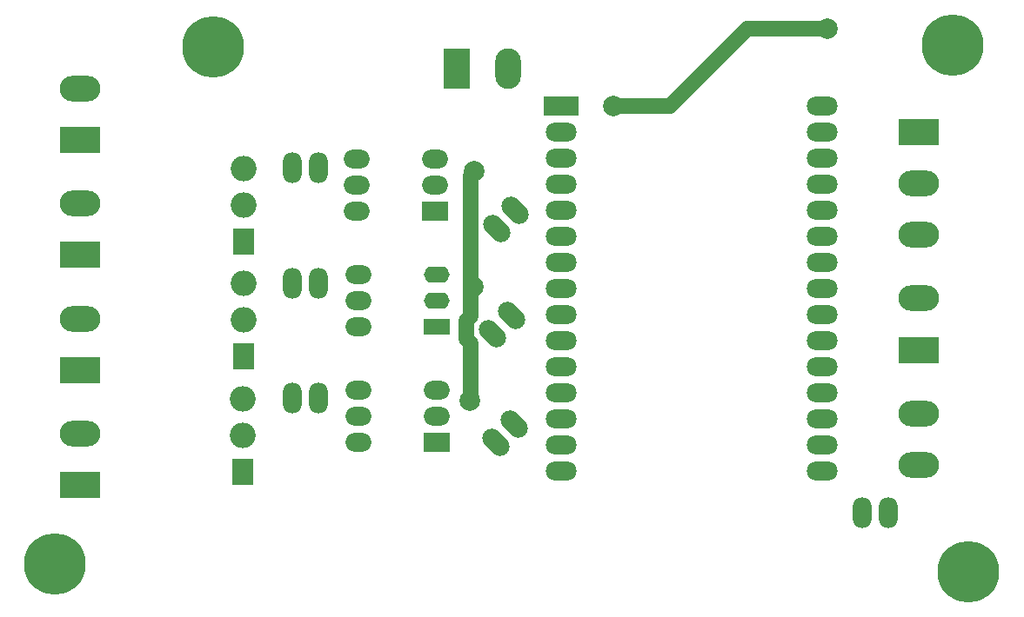
<source format=gbr>
%TF.GenerationSoftware,KiCad,Pcbnew,8.0.1*%
%TF.CreationDate,2024-04-25T16:48:03-05:00*%
%TF.ProjectId,C1,43312e6b-6963-4616-945f-706362585858,rev?*%
%TF.SameCoordinates,Original*%
%TF.FileFunction,Copper,L1,Top*%
%TF.FilePolarity,Positive*%
%FSLAX46Y46*%
G04 Gerber Fmt 4.6, Leading zero omitted, Abs format (unit mm)*
G04 Created by KiCad (PCBNEW 8.0.1) date 2024-04-25 16:48:03*
%MOMM*%
%LPD*%
G01*
G04 APERTURE LIST*
G04 Aperture macros list*
%AMHorizOval*
0 Thick line with rounded ends*
0 $1 width*
0 $2 $3 position (X,Y) of the first rounded end (center of the circle)*
0 $4 $5 position (X,Y) of the second rounded end (center of the circle)*
0 Add line between two ends*
20,1,$1,$2,$3,$4,$5,0*
0 Add two circle primitives to create the rounded ends*
1,1,$1,$2,$3*
1,1,$1,$4,$5*%
G04 Aperture macros list end*
%TA.AperFunction,ComponentPad*%
%ADD10R,3.500000X1.850000*%
%TD*%
%TA.AperFunction,ComponentPad*%
%ADD11O,3.000000X1.850000*%
%TD*%
%TA.AperFunction,ComponentPad*%
%ADD12R,2.000000X2.500000*%
%TD*%
%TA.AperFunction,ComponentPad*%
%ADD13O,2.500000X2.500000*%
%TD*%
%TA.AperFunction,ComponentPad*%
%ADD14C,6.000000*%
%TD*%
%TA.AperFunction,ComponentPad*%
%ADD15O,1.850000X3.000000*%
%TD*%
%TA.AperFunction,ComponentPad*%
%ADD16R,3.960000X2.500000*%
%TD*%
%TA.AperFunction,ComponentPad*%
%ADD17O,3.960000X2.500000*%
%TD*%
%TA.AperFunction,ComponentPad*%
%ADD18R,2.500000X1.850000*%
%TD*%
%TA.AperFunction,ComponentPad*%
%ADD19O,2.500000X1.850000*%
%TD*%
%TA.AperFunction,ComponentPad*%
%ADD20HorizOval,1.850000X-0.406586X0.406586X0.406586X-0.406586X0*%
%TD*%
%TA.AperFunction,ComponentPad*%
%ADD21O,2.500000X3.960000*%
%TD*%
%TA.AperFunction,ComponentPad*%
%ADD22R,2.500000X3.960000*%
%TD*%
%TA.AperFunction,ComponentPad*%
%ADD23R,2.500000X1.600000*%
%TD*%
%TA.AperFunction,ComponentPad*%
%ADD24O,2.500000X1.600000*%
%TD*%
%TA.AperFunction,ViaPad*%
%ADD25C,2.000000*%
%TD*%
%TA.AperFunction,Conductor*%
%ADD26C,1.500000*%
%TD*%
G04 APERTURE END LIST*
D10*
%TO.P,U2,1,3V3*%
%TO.N,3V3*%
X126100000Y-58985000D03*
D11*
%TO.P,U2,2,GND*%
%TO.N,GND*%
X126100000Y-61525000D03*
%TO.P,U2,3,D15*%
%TO.N,unconnected-(U2-D15-Pad3)*%
X126100000Y-64065000D03*
%TO.P,U2,4,D2*%
%TO.N,unconnected-(U2-D2-Pad4)*%
X126100000Y-66605000D03*
%TO.P,U2,5,D4*%
%TO.N,D4*%
X126100000Y-69145000D03*
%TO.P,U2,6,RX2*%
%TO.N,unconnected-(U2-RX2-Pad6)*%
X126100000Y-71685000D03*
%TO.P,U2,7,TX2*%
%TO.N,unconnected-(U2-TX2-Pad7)*%
X126100000Y-74225000D03*
%TO.P,U2,8,D5*%
%TO.N,unconnected-(U2-D5-Pad8)*%
X126100000Y-76765000D03*
%TO.P,U2,9,D18*%
%TO.N,D18*%
X126100000Y-79305000D03*
%TO.P,U2,10,D19*%
%TO.N,D19*%
X126100000Y-81845000D03*
%TO.P,U2,11,D21*%
%TO.N,D21*%
X126100000Y-84385000D03*
%TO.P,U2,12,RX0*%
%TO.N,unconnected-(U2-RX0-Pad12)*%
X126100000Y-86925000D03*
%TO.P,U2,13,TX0*%
%TO.N,unconnected-(U2-TX0-Pad13)*%
X126100000Y-89465000D03*
%TO.P,U2,14,D22*%
%TO.N,D22*%
X126100000Y-92005000D03*
%TO.P,U2,15,D23*%
%TO.N,unconnected-(U2-D23-Pad15)*%
X126100000Y-94545000D03*
%TO.P,U2,16,EN*%
%TO.N,unconnected-(U2-EN-Pad16)*%
X151500000Y-94545000D03*
%TO.P,U2,17,VP*%
%TO.N,unconnected-(U2-VP-Pad17)*%
X151500000Y-92005000D03*
%TO.P,U2,18,VN*%
%TO.N,unconnected-(U2-VN-Pad18)*%
X151500000Y-89465000D03*
%TO.P,U2,19,D34*%
%TO.N,unconnected-(U2-D34-Pad19)*%
X151500000Y-86925000D03*
%TO.P,U2,20,D35*%
%TO.N,unconnected-(U2-D35-Pad20)*%
X151500000Y-84385000D03*
%TO.P,U2,21,D32*%
%TO.N,unconnected-(U2-D32-Pad21)*%
X151500000Y-81845000D03*
%TO.P,U2,22,D33*%
%TO.N,D33*%
X151500000Y-79305000D03*
%TO.P,U2,23,D25*%
%TO.N,D25*%
X151500000Y-76765000D03*
%TO.P,U2,24,D26*%
%TO.N,unconnected-(U2-D26-Pad24)*%
X151500000Y-74225000D03*
%TO.P,U2,25,D27*%
%TO.N,D27*%
X151500000Y-71685000D03*
%TO.P,U2,26,D14*%
%TO.N,unconnected-(U2-D14-Pad26)*%
X151500000Y-69145000D03*
%TO.P,U2,27,D12*%
%TO.N,unconnected-(U2-D12-Pad27)*%
X151500000Y-66605000D03*
%TO.P,U2,28,D13*%
%TO.N,unconnected-(U2-D13-Pad28)*%
X151500000Y-64065000D03*
%TO.P,U2,29,GND*%
%TO.N,GND*%
X151500000Y-61525000D03*
%TO.P,U2,30,VIN*%
%TO.N,5V*%
X151500000Y-58985000D03*
%TD*%
D12*
%TO.P,Q1,1,A1*%
%TO.N,AC1*%
X95200000Y-72116000D03*
D13*
%TO.P,Q1,2,A2*%
%TO.N,Net-(J2-Pin_2)*%
X95200000Y-68560000D03*
%TO.P,Q1,3,G*%
%TO.N,Net-(Q1-G)*%
X95200000Y-65004000D03*
%TD*%
D14*
%TO.P,H3,1*%
%TO.N,N/C*%
X164200000Y-53000000D03*
%TD*%
D15*
%TO.P,R2,1*%
%TO.N,Net-(R2-Pad1)*%
X102540000Y-76200000D03*
%TO.P,R2,2*%
%TO.N,Net-(Q2-G)*%
X100000000Y-76200000D03*
%TD*%
D16*
%TO.P,J1,1,Pin_1*%
%TO.N,AC2*%
X79300000Y-62265000D03*
D17*
%TO.P,J1,2,Pin_2*%
%TO.N,AC1*%
X79300000Y-57265000D03*
%TD*%
D16*
%TO.P,J2,1,Pin_1*%
%TO.N,AC2*%
X79300000Y-73465000D03*
D17*
%TO.P,J2,2,Pin_2*%
%TO.N,Net-(J2-Pin_2)*%
X79300000Y-68465000D03*
%TD*%
D12*
%TO.P,Q2,1,A1*%
%TO.N,AC1*%
X95245000Y-83356000D03*
D13*
%TO.P,Q2,2,A2*%
%TO.N,Net-(J3-Pin_2)*%
X95245000Y-79800000D03*
%TO.P,Q2,3,G*%
%TO.N,Net-(Q2-G)*%
X95245000Y-76244000D03*
%TD*%
D16*
%TO.P,J4,1,Pin_1*%
%TO.N,AC2*%
X79300000Y-95900000D03*
D17*
%TO.P,J4,2,Pin_2*%
%TO.N,Net-(J4-Pin_2)*%
X79300000Y-90900000D03*
%TD*%
%TO.P,J12,1,Pin_1*%
%TO.N,D33*%
X160900000Y-71500000D03*
%TO.P,J12,2,Pin_2*%
%TO.N,3V3*%
X160900000Y-66500000D03*
D16*
%TO.P,J12,3,Pin_3*%
%TO.N,GND*%
X160900000Y-61500000D03*
%TD*%
D18*
%TO.P,U1,1*%
%TO.N,Net-(R6-Pad2)*%
X113900000Y-69225000D03*
D19*
%TO.P,U1,2*%
%TO.N,GND*%
X113900000Y-66685000D03*
%TO.P,U1,3,NC*%
%TO.N,unconnected-(U1-NC-Pad3)*%
X113900000Y-64145000D03*
%TO.P,U1,4*%
%TO.N,Net-(R1-Pad1)*%
X106280000Y-64145000D03*
%TO.P,U1,5,NC*%
%TO.N,unconnected-(U1-NC-Pad5)*%
X106280000Y-66685000D03*
%TO.P,U1,6*%
%TO.N,Net-(J2-Pin_2)*%
X106280000Y-69225000D03*
%TD*%
D16*
%TO.P,J3,1,Pin_1*%
%TO.N,AC2*%
X79300000Y-84700000D03*
D17*
%TO.P,J3,2,Pin_2*%
%TO.N,Net-(J3-Pin_2)*%
X79300000Y-79700000D03*
%TD*%
D20*
%TO.P,R4,1*%
%TO.N,D19*%
X121548927Y-89961073D03*
%TO.P,R4,2*%
%TO.N,Net-(R4-Pad2)*%
X119752876Y-91757124D03*
%TD*%
D14*
%TO.P,H2,1*%
%TO.N,N/C*%
X76900000Y-103600000D03*
%TD*%
D21*
%TO.P,J5,1,Pin_1*%
%TO.N,5V*%
X121000000Y-55300000D03*
D22*
%TO.P,J5,2,Pin_2*%
%TO.N,GND*%
X116000000Y-55300000D03*
%TD*%
D14*
%TO.P,H1,1*%
%TO.N,N/C*%
X165800000Y-104300000D03*
%TD*%
D18*
%TO.P,U4,1*%
%TO.N,Net-(R4-Pad2)*%
X114000000Y-91725000D03*
D19*
%TO.P,U4,2*%
%TO.N,GND*%
X114000000Y-89185000D03*
%TO.P,U4,3,NC*%
%TO.N,unconnected-(U4-NC-Pad3)*%
X114000000Y-86645000D03*
%TO.P,U4,4*%
%TO.N,Net-(R3-Pad1)*%
X106380000Y-86645000D03*
%TO.P,U4,5,NC*%
%TO.N,unconnected-(U4-NC-Pad5)*%
X106380000Y-89185000D03*
%TO.P,U4,6*%
%TO.N,Net-(J4-Pin_2)*%
X106380000Y-91725000D03*
%TD*%
D14*
%TO.P,H4,1*%
%TO.N,N/C*%
X92300000Y-53200000D03*
%TD*%
D16*
%TO.P,J7,1,Pin_1*%
%TO.N,GND*%
X160900000Y-82700000D03*
D17*
%TO.P,J7,2,Pin_2*%
%TO.N,3V3*%
X160900000Y-77700000D03*
%TD*%
%TO.P,J6,1,Pin_1*%
%TO.N,D21*%
X160900000Y-93900000D03*
%TO.P,J6,2,Pin_2*%
%TO.N,D22*%
X160900000Y-88900000D03*
%TD*%
D20*
%TO.P,R5,1*%
%TO.N,D18*%
X121268927Y-79361073D03*
%TO.P,R5,2*%
%TO.N,Net-(R5-Pad2)*%
X119472876Y-81157124D03*
%TD*%
%TO.P,R6,1*%
%TO.N,D4*%
X121678927Y-69121073D03*
%TO.P,R6,2*%
%TO.N,Net-(R6-Pad2)*%
X119882876Y-70917124D03*
%TD*%
D15*
%TO.P,R6,1*%
%TO.N,D33*%
X155400000Y-98600000D03*
%TO.P,R6,2*%
%TO.N,3V3*%
X157940000Y-98600000D03*
%TD*%
%TO.P,R1,1*%
%TO.N,Net-(R1-Pad1)*%
X102545000Y-65000000D03*
%TO.P,R1,2*%
%TO.N,Net-(Q1-G)*%
X100005000Y-65000000D03*
%TD*%
D12*
%TO.P,Q3,1,A1*%
%TO.N,AC1*%
X95145000Y-94556000D03*
D13*
%TO.P,Q3,2,A2*%
%TO.N,Net-(J4-Pin_2)*%
X95145000Y-91000000D03*
%TO.P,Q3,3,G*%
%TO.N,Net-(Q3-G)*%
X95145000Y-87444000D03*
%TD*%
D23*
%TO.P,U3,1*%
%TO.N,Net-(R5-Pad2)*%
X114000000Y-80425000D03*
D24*
%TO.P,U3,2*%
%TO.N,GND*%
X114000000Y-77885000D03*
%TO.P,U3,3,NC*%
%TO.N,unconnected-(U3-NC-Pad3)*%
X114000000Y-75345000D03*
D19*
%TO.P,U3,4*%
%TO.N,Net-(R2-Pad1)*%
X106380000Y-75345000D03*
%TO.P,U3,5,NC*%
%TO.N,unconnected-(U3-NC-Pad5)*%
X106380000Y-77885000D03*
%TO.P,U3,6*%
%TO.N,Net-(J3-Pin_2)*%
X106380000Y-80425000D03*
%TD*%
D15*
%TO.P,R3,1*%
%TO.N,Net-(R3-Pad1)*%
X102540000Y-87400000D03*
%TO.P,R3,2*%
%TO.N,Net-(Q3-G)*%
X100000000Y-87400000D03*
%TD*%
D25*
%TO.N,GND*%
X117570000Y-76530000D03*
X117230000Y-87660000D03*
X117670000Y-65320000D03*
%TO.N,3V3*%
X152010000Y-51450000D03*
X131175000Y-58985000D03*
%TD*%
D26*
%TO.N,GND*%
X117300000Y-79440914D02*
X117300000Y-65690000D01*
X117300000Y-82060162D02*
X116891291Y-81651453D01*
X117300000Y-87590000D02*
X117300000Y-82060162D01*
X117300000Y-65690000D02*
X117670000Y-65320000D01*
X117230000Y-87660000D02*
X117300000Y-87590000D01*
X116891291Y-79849623D02*
X117300000Y-79440914D01*
X116891291Y-81651453D02*
X116891291Y-79849623D01*
%TO.N,3V3*%
X144240000Y-51450000D02*
X152010000Y-51450000D01*
X136705000Y-58985000D02*
X144240000Y-51450000D01*
X131175000Y-58985000D02*
X136705000Y-58985000D01*
%TD*%
M02*

</source>
